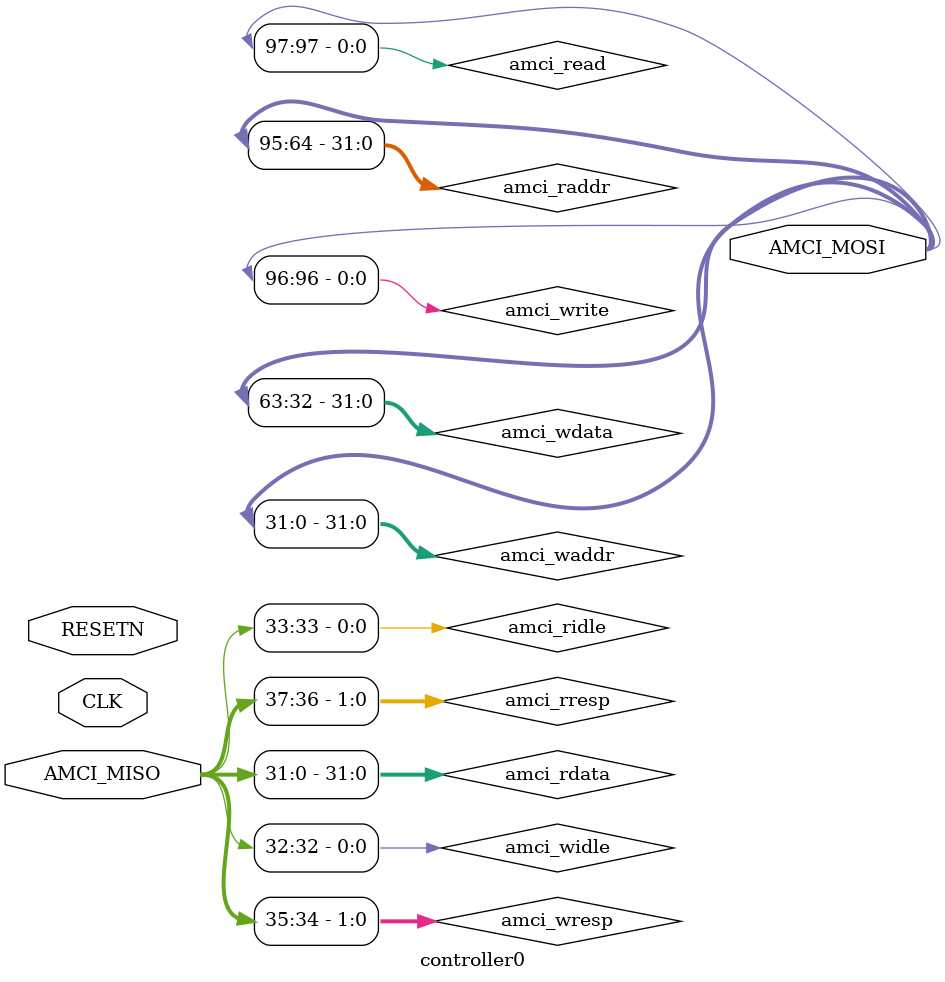
<source format=v>
`timescale 1ns / 1ps



module controller0#
(
    parameter integer AXI_DATA_WIDTH = 32,
    parameter integer AXI_ADDR_WIDTH = 32
)
(
    input CLK, RESETN, 

    //================= The AMCI (AXI Master Control Interface) ================
    output wire[97:0] AMCI_MOSI,    // AMCI Master Out, Slave In
    input  wire[37:0] AMCI_MISO     // AMCI Master In, Slave Out
    //==========================================================================
);

    //<><><><><><><><><><><><><><><><><><><><><><><><><><><><><><><><><><><><><>
    //<><><><><><><><><><><><><><><><><><><><><><><><><><><><><><><><><><><><><>
    //      From here to the next marker is standard AMCI template code
    //<><><><><><><><><><><><><><><><><><><><><><><><><><><><><><><><><><><><><>
    //<><><><><><><><><><><><><><><><><><><><><><><><><><><><><><><><><><><><><>


    //==========================================================================
    // Registers for performing AXI4-Lite write transactions
    //==========================================================================
    reg[AXI_ADDR_WIDTH-1:0] amci_waddr;
    reg[AXI_DATA_WIDTH-1:0] amci_wdata;
    reg[1:0]                amci_wresp;
    reg                     amci_write;
    reg                     amci_widle;
    //==========================================================================

    //==========================================================================
    // Registers for performing AXI4-Lite read transactions
    //==========================================================================
    reg[AXI_ADDR_WIDTH-1:0] amci_raddr;
    reg[AXI_DATA_WIDTH-1:0] amci_rdata;
    reg[1:0]                amci_rresp;
    reg                     amci_read;
    reg                     amci_ridle;
    //==========================================================================


    //==========================================================================
    // Break out the AMCI_MISO and AMCI_MISO interfaces into discrete ports
    //==========================================================================
    localparam AMCI_WADDR_OFFSET = 0;   localparam pa1 = AMCI_WADDR_OFFSET + AXI_ADDR_WIDTH;
    localparam AMCI_WDATA_OFFSET = pa1; localparam pa2 = AMCI_WDATA_OFFSET + AXI_DATA_WIDTH;
    localparam AMCI_RADDR_OFFSET = pa2; localparam pa3 = AMCI_RADDR_OFFSET + AXI_ADDR_WIDTH;
    localparam AMCI_WRITE_OFFSET = pa3; localparam pa4 = AMCI_WRITE_OFFSET + 1;
    localparam AMCI_READ_OFFSET  = pa4; localparam pa5 = AMCI_READ_OFFSET  + 1;

    localparam AMCI_RDATA_OFFSET = 0;   localparam pb1 = AMCI_RDATA_OFFSET + AXI_DATA_WIDTH;
    localparam AMCI_WIDLE_OFFSET = pb1; localparam pb2 = AMCI_WIDLE_OFFSET + 1;
    localparam AMCI_RIDLE_OFFSET = pb2; localparam pb3 = AMCI_RIDLE_OFFSET + 1;
    localparam AMCI_WRESP_OFFSET = pb3; localparam pb4 = AMCI_WRESP_OFFSET + 2;
    localparam AMCI_RRESP_OFFSET = pb4; localparam pb5 = AMCI_RRESP_OFFSET + 2;
    //==========================================================================


    //==========================================================================
    // Wire the "write-to-slave" FSM inputs and outputs to the module ports
    //==========================================================================
    always @(*) begin
        amci_widle <= AMCI_MISO[AMCI_WIDLE_OFFSET +: 1];
        amci_wresp <= AMCI_MISO[AMCI_WRESP_OFFSET +: 2];
    end

    assign AMCI_MOSI[AMCI_WADDR_OFFSET +: AXI_ADDR_WIDTH] = amci_waddr;
    assign AMCI_MOSI[AMCI_WDATA_OFFSET +: AXI_DATA_WIDTH] = amci_wdata;
    assign AMCI_MOSI[AMCI_WRITE_OFFSET +: 1             ] = amci_write;
    //==========================================================================

    //==========================================================================
    // Wire the "read-from-slave" FSM inputs and outputs to the module ports
    //==========================================================================
    always @(*) begin
        amci_ridle <= AMCI_MISO[AMCI_RIDLE_OFFSET +: 1             ];
        amci_rresp <= AMCI_MISO[AMCI_RRESP_OFFSET +: 2             ];
        amci_rdata <= AMCI_MISO[AMCI_RDATA_OFFSET +: AXI_DATA_WIDTH];
    end

    assign AMCI_MOSI[AMCI_RADDR_OFFSET +: AXI_ADDR_WIDTH] = amci_raddr;
    assign AMCI_MOSI[AMCI_READ_OFFSET  +: 1             ] = amci_read;
    //==========================================================================


    //<><><><><><><><><><><><><><><><><><><><><><><><><><><><><><><><><><><><><>
    //<><><><><><><><><><><><><><><><><><><><><><><><><><><><><><><><><><><><><>
    //                 End of standard AMCI template code
    //
    //                Module specific code below this point
    //<><><><><><><><><><><><><><><><><><><><><><><><><><><><><><><><><><><><><>
    //<><><><><><><><><><><><><><><><><><><><><><><><><><><><><><><><><><><><><>


endmodule

</source>
